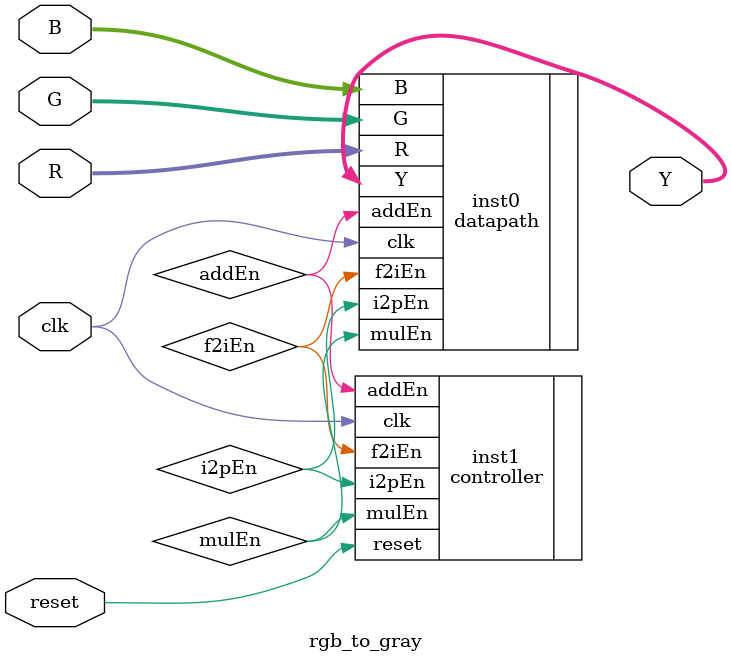
<source format=v>
module rgb_to_gray(R,G,B,clk,reset,Y);
  input [7:0] R,G,B;
  input clk,reset;
  
  output [31:0] Y;
  
  datapath inst0( .R(R), 
                  .G(G), 
                  .B(B), 
                  .clk(clk), 
                  .i2pEn(i2pEn), 
                  .mulEn(mulEn), 
                  .addEn(addEn), 
                  .f2iEn(f2iEn), 
                  .Y(Y)
                  );
                  
  controller inst1(.clk(clk),
                   .reset(reset),
                   .i2pEn(i2pEn),
                   .mulEn(mulEn),
                   .addEn(addEn),
                   .f2iEn(f2iEn)
              );
endmodule



</source>
